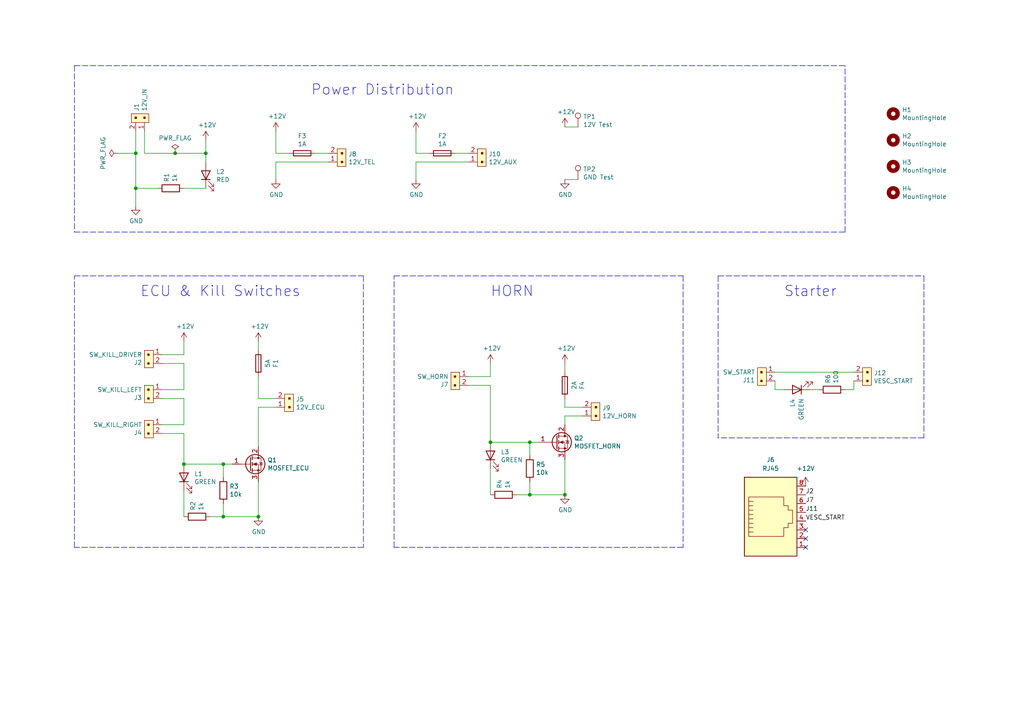
<source format=kicad_sch>
(kicad_sch (version 20211123) (generator eeschema)
  (paper "A4")
  (lib_symbols
    (symbol "Connector:RJ45" (pin_names (offset 1.016))
      (property "Reference" "J" (at -5.08 13.97 0))
      (property "Value" "RJ45" (at 2.54 13.97 0))
      (symbol "RJ45_0_1"
        (polyline (pts (xy -5.08 4.445) (xy -6.35 4.445)))
        (polyline (pts (xy -5.08 5.715) (xy -6.35 5.715)))
        (polyline (pts (xy -6.35 -3.175) (xy -5.08 -3.175) (xy -5.08 -3.175)))
        (polyline (pts (xy -6.35 -1.905) (xy -5.08 -1.905) (xy -5.08 -1.905)))
        (polyline (pts (xy -6.35 -0.635) (xy -5.08 -0.635) (xy -5.08 -0.635)))
        (polyline (pts (xy -6.35 0.635) (xy -5.08 0.635) (xy -5.08 0.635)))
        (polyline (pts (xy -6.35 1.905) (xy -5.08 1.905) (xy -5.08 1.905)))
        (polyline (pts (xy -5.08 3.175) (xy -6.35 3.175) (xy -6.35 3.175)))
        (polyline (pts (xy -6.35 -4.445) (xy -6.35 6.985) (xy 3.81 6.985) (xy 3.81 4.445) (xy 5.08 4.445) (xy 5.08 3.175) (xy 6.35 3.175) (xy 6.35 -0.635) (xy 5.08 -0.635) (xy 5.08 -1.905) (xy 3.81 -1.905) (xy 3.81 -4.445) (xy -6.35 -4.445) (xy -6.35 -4.445)))
        (rectangle (start 7.62 12.7) (end -7.62 -10.16) (stroke (width 0.254)) (fill (type background)))
      )
      (symbol "RJ45_1_1"
        (pin passive line (at 10.16 -7.62 180) (length 2.54) (name "~") (number "1"))
        (pin passive line (at 10.16 -5.08 180) (length 2.54) (name "~") (number "2"))
        (pin passive line (at 10.16 -2.54 180) (length 2.54) (name "~") (number "3"))
        (pin passive line (at 10.16 0 180) (length 2.54) (name "~") (number "4"))
        (pin passive line (at 10.16 2.54 180) (length 2.54) (name "~") (number "5"))
        (pin passive line (at 10.16 5.08 180) (length 2.54) (name "~") (number "6"))
        (pin passive line (at 10.16 7.62 180) (length 2.54) (name "~") (number "7"))
        (pin passive line (at 10.16 10.16 180) (length 2.54) (name "~") (number "8"))
      )
    )
    (symbol "Connector:TestPoint" (pin_numbers hide) (pin_names (offset 0.762) hide)
      (property "Reference" "TP" (at 0 6.858 0))
      (property "Value" "TestPoint" (at 0 5.08 0))
      (symbol "TestPoint_0_1"
        (circle (center 0 3.302) (radius 0.762))
      )
      (symbol "TestPoint_1_1"
        (pin passive line (at 0 0 90) (length 2.54) (name "1") (number "1"))
      )
    )
    (symbol "Device:Fuse" (pin_numbers hide) (pin_names (offset 0))
      (property "Reference" "F" (at 2.032 0 90))
      (property "Value" "Fuse" (at -1.905 0 90))
      (symbol "Fuse_0_1"
        (rectangle (start -0.762 -2.54) (end 0.762 2.54) (stroke (width 0.254)))
        (polyline (pts (xy 0 2.54) (xy 0 -2.54)))
      )
      (symbol "Fuse_1_1"
        (pin passive line (at 0 3.81 270) (length 1.27) (name "~") (number "1"))
        (pin passive line (at 0 -3.81 90) (length 1.27) (name "~") (number "2"))
      )
    )
    (symbol "Device:LED" (pin_numbers hide) (pin_names (offset 1.016) hide)
      (property "Reference" "D" (at 0 2.54 0))
      (property "Value" "LED" (at 0 -2.54 0))
      (symbol "LED_0_1"
        (polyline (pts (xy -1.27 -1.27) (xy -1.27 1.27)) (stroke (width 0.254)))
        (polyline (pts (xy -1.27 0) (xy 1.27 0)))
        (polyline (pts (xy 1.27 -1.27) (xy 1.27 1.27) (xy -1.27 0) (xy 1.27 -1.27)) (stroke (width 0.254)))
        (polyline (pts (xy -3.048 -0.762) (xy -4.572 -2.286) (xy -3.81 -2.286) (xy -4.572 -2.286) (xy -4.572 -1.524)))
        (polyline (pts (xy -1.778 -0.762) (xy -3.302 -2.286) (xy -2.54 -2.286) (xy -3.302 -2.286) (xy -3.302 -1.524)))
      )
      (symbol "LED_1_1"
        (pin passive line (at -3.81 0 0) (length 2.54) (name "K") (number "1"))
        (pin passive line (at 3.81 0 180) (length 2.54) (name "A") (number "2"))
      )
    )
    (symbol "Device:Q_NMOS_GDS" (pin_names (offset 0) hide)
      (property "Reference" "Q" (at 5.08 1.27 0))
      (property "Value" "Q_NMOS_GDS" (at 5.08 -1.27 0))
      (symbol "Q_NMOS_GDS_0_1"
        (polyline (pts (xy 0.254 0) (xy -2.54 0)))
        (polyline (pts (xy 0.254 1.905) (xy 0.254 -1.905)) (stroke (width 0.254)))
        (polyline (pts (xy 0.762 -1.27) (xy 0.762 -2.286)) (stroke (width 0.254)))
        (polyline (pts (xy 0.762 0.508) (xy 0.762 -0.508)) (stroke (width 0.254)))
        (polyline (pts (xy 0.762 2.286) (xy 0.762 1.27)) (stroke (width 0.254)))
        (polyline (pts (xy 2.54 2.54) (xy 2.54 1.778)))
        (polyline (pts (xy 2.54 -2.54) (xy 2.54 0) (xy 0.762 0)))
        (polyline (pts (xy 0.762 -1.778) (xy 3.302 -1.778) (xy 3.302 1.778) (xy 0.762 1.778)))
        (polyline (pts (xy 1.016 0) (xy 2.032 0.381) (xy 2.032 -0.381) (xy 1.016 0)) (fill (type outline)))
        (polyline (pts (xy 2.794 0.508) (xy 2.921 0.381) (xy 3.683 0.381) (xy 3.81 0.254)))
        (polyline (pts (xy 3.302 0.381) (xy 2.921 -0.254) (xy 3.683 -0.254) (xy 3.302 0.381)))
        (circle (center 1.651 0) (radius 2.794) (stroke (width 0.254)))
        (circle (center 2.54 -1.778) (radius 0.254) (fill (type outline)))
        (circle (center 2.54 1.778) (radius 0.254) (fill (type outline)))
      )
      (symbol "Q_NMOS_GDS_1_1"
        (pin input line (at -5.08 0 0) (length 2.54) (name "G") (number "1"))
        (pin passive line (at 2.54 5.08 270) (length 2.54) (name "D") (number "2"))
        (pin passive line (at 2.54 -5.08 90) (length 2.54) (name "S") (number "3"))
      )
    )
    (symbol "Device:R" (pin_numbers hide) (pin_names (offset 0))
      (property "Reference" "R" (at 2.032 0 90))
      (property "Value" "R" (at 0 0 90))
      (symbol "R_0_1"
        (rectangle (start -1.016 -2.54) (end 1.016 2.54) (stroke (width 0.254)))
      )
      (symbol "R_1_1"
        (pin passive line (at 0 3.81 270) (length 1.27) (name "~") (number "1"))
        (pin passive line (at 0 -3.81 90) (length 1.27) (name "~") (number "2"))
      )
    )
    (symbol "Mechanical:MountingHole" (pin_names (offset 1.016))
      (property "Reference" "H" (at 0 5.08 0))
      (property "Value" "MountingHole" (at 0 3.175 0))
      (symbol "MountingHole_0_1"
        (circle (center 0 0) (radius 1.27) (stroke (width 1.27)))
      )
    )
    (symbol "PROTO_PCB_2022-rescue:B2B-PH-K-S_LF__SN_-dk_Rectangular-Connectors-Headers-Male-Pins-Proto-PCB's-combined-rescue-Proto-PCB's-combined-rescue" (pin_names (offset 1.016))
      (property "Reference" "J" (at -2.54 1.27 0))
      (property "Value" "B2B-PH-K-S_LF__SN_-dk_Rectangular-Connectors-Headers-Male-Pins-Proto-PCB's-combined-rescue-Proto-PCB's-combined-rescue" (at 1.27 -3.81 0))
      (symbol "B2B-PH-K-S_LF__SN_-dk_Rectangular-Connectors-Headers-Male-Pins-Proto-PCB's-combined-rescue-Proto-PCB's-combined-rescue_1_1"
        (rectangle (start -1.27 0) (end 3.81 -2.54) (fill (type background)))
        (rectangle (start -0.254 -1.143) (end 0.254 -1.651) (fill (type outline)))
        (rectangle (start 2.286 -1.143) (end 2.794 -1.651) (fill (type outline)))
        (pin passive line (at 0 2.54 270) (length 2.54) (name "~") (number "1"))
        (pin passive line (at 2.54 2.54 270) (length 2.54) (name "~") (number "2"))
      )
    )
    (symbol "power:+12V" (power) (pin_names (offset 0))
      (property "Value" "+12V" (at 0 3.556 0))
      (symbol "+12V_0_1"
        (polyline (pts (xy -0.762 1.27) (xy 0 2.54)))
        (polyline (pts (xy 0 0) (xy 0 2.54)))
        (polyline (pts (xy 0 2.54) (xy 0.762 1.27)))
      )
      (symbol "+12V_1_1"
        (pin power_in line (at 0 0 90) (length 0) hide (name "+12V") (number "1"))
      )
    )
    (symbol "power:GND" (power) (pin_names (offset 0))
      (property "Value" "GND" (at 0 -3.81 0))
      (symbol "GND_0_1"
        (polyline (pts (xy 0 0) (xy 0 -1.27) (xy 1.27 -1.27) (xy 0 -2.54) (xy -1.27 -1.27) (xy 0 -1.27)))
      )
      (symbol "GND_1_1"
        (pin power_in line (at 0 0 270) (length 0) hide (name "GND") (number "1"))
      )
    )
    (symbol "power:PWR_FLAG" (power) (pin_numbers hide) (pin_names (offset 0) hide)
      (property "Value" "PWR_FLAG" (at 0 3.81 0))
      (symbol "PWR_FLAG_0_0"
        (pin power_out line (at 0 0 90) (length 0) (name "pwr") (number "1"))
      )
      (symbol "PWR_FLAG_0_1"
        (polyline (pts (xy 0 0) (xy 0 1.27) (xy -1.016 1.905) (xy 0 2.54) (xy 1.016 1.905) (xy 0 1.27)))
      )
    )
  )
  (junction (at 142.24 128.27))
  (junction (at 64.77 149.86))
  (junction (at 59.69 44.45))
  (junction (at 53.34 134.62))
  (junction (at 153.67 128.27))
  (junction (at 74.93 149.86))
  (junction (at 64.77 134.62))
  (junction (at 39.37 54.61))
  (junction (at 153.67 143.51))
  (junction (at 163.83 143.51))
  (junction (at 50.8 44.45))
  (junction (at 39.37 44.45))
  (no_connect (at 233.68 158.75))
  (no_connect (at 233.68 156.21))
  (no_connect (at 233.68 153.67))
  (wire (pts (xy 67.31 134.62) (xy 64.77 134.62)))
  (wire (pts (xy 153.67 143.51) (xy 163.83 143.51)))
  (wire (pts (xy 247.65 113.03) (xy 247.65 110.49)))
  (wire (pts (xy 59.69 44.45) (xy 59.69 46.99)))
  (wire (pts (xy 53.34 113.03) (xy 46.99 113.03)))
  (wire (pts (xy 168.91 120.65) (xy 163.83 120.65)))
  (wire (pts (xy 142.24 135.89) (xy 142.24 143.51)))
  (polyline (pts (xy 114.3 80.01) (xy 198.12 80.01)))
  (wire (pts (xy 60.96 149.86) (xy 64.77 149.86)))
  (wire (pts (xy 53.34 142.24) (xy 53.34 149.86)))
  (wire (pts (xy 50.8 44.45) (xy 59.69 44.45)))
  (wire (pts (xy 53.34 125.73) (xy 53.34 134.62)))
  (polyline (pts (xy 245.11 67.31) (xy 245.11 19.05)))
  (wire (pts (xy 64.77 134.62) (xy 64.77 138.43)))
  (wire (pts (xy 59.69 44.45) (xy 59.69 40.64)))
  (wire (pts (xy 153.67 128.27) (xy 153.67 132.08)))
  (wire (pts (xy 163.83 52.07) (xy 167.64 52.07)))
  (wire (pts (xy 132.08 44.45) (xy 135.89 44.45)))
  (wire (pts (xy 224.79 113.03) (xy 227.33 113.03)))
  (polyline (pts (xy 21.59 67.31) (xy 245.11 67.31)))
  (wire (pts (xy 163.83 36.83) (xy 167.64 36.83)))
  (wire (pts (xy 74.93 118.11) (xy 74.93 129.54)))
  (wire (pts (xy 224.79 107.95) (xy 247.65 107.95)))
  (polyline (pts (xy 208.28 80.01) (xy 208.28 127)))
  (wire (pts (xy 64.77 149.86) (xy 74.93 149.86)))
  (wire (pts (xy 120.65 44.45) (xy 124.46 44.45)))
  (polyline (pts (xy 21.59 19.05) (xy 21.59 67.31)))
  (wire (pts (xy 34.29 44.45) (xy 39.37 44.45)))
  (wire (pts (xy 163.83 105.41) (xy 163.83 107.95)))
  (polyline (pts (xy 21.59 80.01) (xy 105.41 80.01)))
  (wire (pts (xy 120.65 38.1) (xy 120.65 44.45)))
  (wire (pts (xy 53.34 134.62) (xy 64.77 134.62)))
  (polyline (pts (xy 208.28 80.01) (xy 267.97 80.01)))
  (wire (pts (xy 142.24 109.22) (xy 135.89 109.22)))
  (wire (pts (xy 80.01 118.11) (xy 74.93 118.11)))
  (wire (pts (xy 224.79 110.49) (xy 224.79 113.03)))
  (wire (pts (xy 39.37 38.1) (xy 39.37 44.45)))
  (wire (pts (xy 80.01 44.45) (xy 83.82 44.45)))
  (wire (pts (xy 74.93 109.22) (xy 74.93 115.57)))
  (polyline (pts (xy 105.41 80.01) (xy 105.41 158.75)))
  (wire (pts (xy 74.93 115.57) (xy 80.01 115.57)))
  (wire (pts (xy 59.69 54.61) (xy 53.34 54.61)))
  (polyline (pts (xy 114.3 158.75) (xy 114.3 80.01)))
  (wire (pts (xy 163.83 133.35) (xy 163.83 143.51)))
  (wire (pts (xy 163.83 120.65) (xy 163.83 123.19)))
  (polyline (pts (xy 267.97 127) (xy 208.28 127)))
  (wire (pts (xy 74.93 99.06) (xy 74.93 101.6)))
  (wire (pts (xy 53.34 99.06) (xy 53.34 102.87)))
  (wire (pts (xy 153.67 139.7) (xy 153.67 143.51)))
  (polyline (pts (xy 198.12 80.01) (xy 198.12 158.75)))
  (wire (pts (xy 80.01 46.99) (xy 80.01 52.07)))
  (wire (pts (xy 53.34 105.41) (xy 53.34 113.03)))
  (polyline (pts (xy 105.41 158.75) (xy 21.59 158.75)))
  (wire (pts (xy 39.37 44.45) (xy 39.37 54.61)))
  (wire (pts (xy 156.21 128.27) (xy 153.67 128.27)))
  (wire (pts (xy 234.95 113.03) (xy 237.49 113.03)))
  (polyline (pts (xy 198.12 158.75) (xy 114.3 158.75)))
  (wire (pts (xy 53.34 115.57) (xy 53.34 123.19)))
  (wire (pts (xy 53.34 123.19) (xy 46.99 123.19)))
  (wire (pts (xy 120.65 46.99) (xy 120.65 52.07)))
  (polyline (pts (xy 21.59 19.05) (xy 245.11 19.05)))
  (wire (pts (xy 74.93 139.7) (xy 74.93 149.86)))
  (wire (pts (xy 39.37 54.61) (xy 39.37 59.69)))
  (wire (pts (xy 135.89 111.76) (xy 142.24 111.76)))
  (wire (pts (xy 64.77 146.05) (xy 64.77 149.86)))
  (polyline (pts (xy 21.59 158.75) (xy 21.59 80.01)))
  (wire (pts (xy 95.25 46.99) (xy 80.01 46.99)))
  (wire (pts (xy 46.99 125.73) (xy 53.34 125.73)))
  (wire (pts (xy 142.24 128.27) (xy 153.67 128.27)))
  (wire (pts (xy 149.86 143.51) (xy 153.67 143.51)))
  (wire (pts (xy 45.72 54.61) (xy 39.37 54.61)))
  (wire (pts (xy 245.11 113.03) (xy 247.65 113.03)))
  (polyline (pts (xy 267.97 80.01) (xy 267.97 127)))
  (wire (pts (xy 46.99 105.41) (xy 53.34 105.41)))
  (wire (pts (xy 91.44 44.45) (xy 95.25 44.45)))
  (wire (pts (xy 163.83 118.11) (xy 168.91 118.11)))
  (wire (pts (xy 41.91 44.45) (xy 50.8 44.45)))
  (wire (pts (xy 46.99 115.57) (xy 53.34 115.57)))
  (wire (pts (xy 53.34 102.87) (xy 46.99 102.87)))
  (wire (pts (xy 80.01 38.1) (xy 80.01 44.45)))
  (wire (pts (xy 142.24 105.41) (xy 142.24 109.22)))
  (wire (pts (xy 135.89 46.99) (xy 120.65 46.99)))
  (wire (pts (xy 41.91 38.1) (xy 41.91 44.45)))
  (wire (pts (xy 163.83 115.57) (xy 163.83 118.11)))
  (wire (pts (xy 142.24 111.76) (xy 142.24 128.27)))
  (text "ECU & Kill Switches" (at 40.64 86.36 0) (effects (font (size 2.9972 2.9972)) (justify left bottom)))
  (text "Starter" (at 227.33 86.36 0) (effects (font (size 2.9972 2.9972)) (justify left bottom)))
  (text "Power Distribution" (at 90.17 27.94 0) (effects (font (size 2.9972 2.9972)) (justify left bottom)))
  (text "HORN\n" (at 142.24 86.36 0) (effects (font (size 2.9972 2.9972)) (justify left bottom)))
  (label "J2" (at 233.68 143.51 0))
  (label "VESC_START" (at 233.68 151.13 0))
  (label "J7" (at 233.68 146.05 0))
  (label "J11" (at 233.68 148.59 0))
  (symbol (lib_id "power:GND") (at 39.37 59.69 0) (unit 1)
    (property "Reference" "#PWR01" (effects hide))
    (property "Value" "GND" (at 39.497 64.0842 0))
  )
  (symbol (lib_id "power:PWR_FLAG") (at 50.8 44.45 0) (unit 1)
    (property "Reference" "#FLG02" (effects hide))
    (property "Value" "PWR_FLAG" (at 50.8 40.0558 0))
  )
  (symbol (lib_id "Connector:TestPoint") (at 167.64 52.07 0) (unit 1)
    (property "Reference" "TP2" (at 169.1132 49.0728 0) (effects (justify left)))
    (property "Value" "GND Test" (at 169.1132 51.3842 0) (effects (justify left)))
    (property "Footprint" "TestPoint:TestPoint_Keystone_5015_Micro-Minature" (effects hide))
  )
  (symbol (lib_id "Connector:TestPoint") (at 167.64 36.83 0) (unit 1)
    (property "Reference" "TP1" (at 169.1132 33.8328 0) (effects (justify left)))
    (property "Value" "12V Test" (at 169.1132 36.1442 0) (effects (justify left)))
    (property "Footprint" "TestPoint:TestPoint_Keystone_5015_Micro-Minature" (effects hide))
  )
  (symbol (lib_id "power:+12V") (at 163.83 36.83 0) (unit 1)
    (property "Reference" "#PWR015" (effects hide))
    (property "Value" "+12V" (at 164.211 32.4358 0))
  )
  (symbol (lib_id "power:GND") (at 163.83 52.07 0) (unit 1)
    (property "Reference" "#PWR016" (effects hide))
    (property "Value" "GND" (at 163.957 56.4642 0))
  )
  (symbol (lib_id "power:+12V") (at 59.69 40.64 0) (unit 1)
    (property "Reference" "#PWR03" (effects hide))
    (property "Value" "+12V" (at 60.071 36.2458 0))
  )
  (symbol (lib_id "Mechanical:MountingHole") (at 259.08 33.02 0) (unit 1)
    (property "Reference" "H1" (at 261.62 31.8516 0) (effects (justify left)))
    (property "Value" "MountingHole" (at 261.62 34.163 0) (effects (justify left)))
    (property "Footprint" "MountingHole:MountingHole_3.2mm_M3" (effects hide))
  )
  (symbol (lib_id "Mechanical:MountingHole") (at 259.08 40.64 0) (unit 1)
    (property "Reference" "H2" (at 261.62 39.4716 0) (effects (justify left)))
    (property "Value" "MountingHole" (at 261.62 41.783 0) (effects (justify left)))
    (property "Footprint" "MountingHole:MountingHole_3.2mm_M3" (effects hide))
  )
  (symbol (lib_id "Device:R") (at 241.3 113.03 90) (unit 1)
    (property "Reference" "R6" (at 240.1316 111.252 0) (effects (justify left)))
    (property "Value" "100" (at 242.443 111.252 0) (effects (justify left)))
    (property "Footprint" "Resistor_SMD:R_1206_3216Metric" (effects hide))
    (property "Datasheet" "https://www.digikey.ca/en/products/detail/stackpole-electronics-inc/RMCF1206FT100R/1759677" (effects hide))
  )
  (symbol (lib_id "Device:LED") (at 231.14 113.03 180) (unit 1)
    (property "Reference" "L4" (at 229.87 118.11 90) (effects (justify right)))
    (property "Value" "GREEN" (at 232.41 121.92 90) (effects (justify right)))
    (property "Footprint" "LED_SMD:LED_1206_3216Metric" (effects hide))
    (property "Datasheet" "https://www.digikey.ca/en/products/detail/lite-on-inc/LTST-C230KGKT/386855" (effects hide))
  )
  (symbol (lib_id "Device:Fuse") (at 87.63 44.45 270) (unit 1)
    (property "Reference" "F3" (at 87.63 39.4462 90))
    (property "Value" "1A" (at 87.63 41.7576 90))
    (property "Footprint" "Fuse:Fuseholder_Blade_Mini_Keystone_3568" (effects hide))
    (property "Datasheet" "https://www.digikey.ca/en/products/detail/keystone-electronics/3568/2137306" (effects hide))
  )
  (symbol (lib_id "Mechanical:MountingHole") (at 259.08 48.26 0) (unit 1)
    (property "Reference" "H3" (at 261.62 47.0916 0) (effects (justify left)))
    (property "Value" "MountingHole" (at 261.62 49.403 0) (effects (justify left)))
    (property "Footprint" "MountingHole:MountingHole_3.2mm_M3" (effects hide))
  )
  (symbol (lib_id "Mechanical:MountingHole") (at 259.08 55.88 0) (unit 1)
    (property "Reference" "H4" (at 261.62 54.7116 0) (effects (justify left)))
    (property "Value" "MountingHole" (at 261.62 57.023 0) (effects (justify left)))
    (property "Footprint" "MountingHole:MountingHole_3.2mm_M3" (effects hide))
  )
  (symbol (lib_id "PROTO_PCB_2022-rescue:B2B-PH-K-S_LF__SN_-dk_Rectangular-Connectors-Headers-Male-Pins-Proto-PCB's-combined-rescue-Proto-PCB's-combined-rescue") (at 41.91 35.56 180) (unit 1)
    (property "Reference" "J1" (at 39.5986 32.3088 90) (effects (justify right)))
    (property "Value" "12V_IN" (at 41.91 32.3088 90) (effects (justify right)))
    (property "Footprint" "Footprint Library:MOLEX_2002411212" (effects hide))
    (property "Datasheet" "https://www.digikey.ca/en/products/detail/molex/2002411212/10709048?s=N4IgTCBcDa4AxzAFgIwrOkBdAvkA" (effects hide))
  )
  (symbol (lib_id "PROTO_PCB_2022-rescue:B2B-PH-K-S_LF__SN_-dk_Rectangular-Connectors-Headers-Male-Pins-Proto-PCB's-combined-rescue-Proto-PCB's-combined-rescue") (at 138.43 46.99 90) (unit 1)
    (property "Reference" "J10" (at 141.6812 44.6786 90) (effects (justify right)))
    (property "Value" "12V_AUX" (at 141.6812 46.99 90) (effects (justify right)))
    (property "Footprint" "Connector_Molex:Molex_Micro-Fit_3.0_43650-0200_1x02_P3.00mm_Horizontal" (effects hide))
    (property "Datasheet" "https://www.digikey.ca/en/products/detail/molex/0436500200/268989" (effects hide))
  )
  (symbol (lib_id "power:+12V") (at 120.65 38.1 0) (unit 1)
    (property "Reference" "#PWR013" (effects hide))
    (property "Value" "+12V" (at 121.031 33.7058 0))
  )
  (symbol (lib_id "power:GND") (at 120.65 52.07 0) (unit 1)
    (property "Reference" "#PWR014" (effects hide))
    (property "Value" "GND" (at 120.777 56.4642 0))
  )
  (symbol (lib_id "Device:Fuse") (at 128.27 44.45 270) (unit 1)
    (property "Reference" "F2" (at 128.27 39.4462 90))
    (property "Value" "1A" (at 128.27 41.7576 90))
    (property "Footprint" "Fuse:Fuseholder_Blade_Mini_Keystone_3568" (effects hide))
    (property "Datasheet" "https://www.digikey.ca/en/products/detail/keystone-electronics/3568/2137306" (effects hide))
  )
  (symbol (lib_id "power:+12V") (at 53.34 99.06 0) (unit 1)
    (property "Reference" "#PWR02" (effects hide))
    (property "Value" "+12V" (at 53.721 94.6658 0))
  )
  (symbol (lib_id "PROTO_PCB_2022-rescue:B2B-PH-K-S_LF__SN_-dk_Rectangular-Connectors-Headers-Male-Pins-Proto-PCB's-combined-rescue-Proto-PCB's-combined-rescue") (at 97.79 46.99 90) (unit 1)
    (property "Reference" "J8" (at 101.0412 44.6786 90) (effects (justify right)))
    (property "Value" "12V_TEL" (at 101.0412 46.99 90) (effects (justify right)))
    (property "Footprint" "Connector_Molex:Molex_Micro-Fit_3.0_43650-0200_1x02_P3.00mm_Horizontal" (effects hide))
    (property "Datasheet" "https://www.digikey.ca/en/products/detail/molex/0436500200/268989" (effects hide))
  )
  (symbol (lib_id "power:+12V") (at 80.01 38.1 0) (unit 1)
    (property "Reference" "#PWR08" (effects hide))
    (property "Value" "+12V" (at 80.391 33.7058 0))
  )
  (symbol (lib_id "power:GND") (at 80.01 52.07 0) (unit 1)
    (property "Reference" "#PWR09" (effects hide))
    (property "Value" "GND" (at 80.137 56.4642 0))
  )
  (symbol (lib_id "PROTO_PCB_2022-rescue:B2B-PH-K-S_LF__SN_-dk_Rectangular-Connectors-Headers-Male-Pins-Proto-PCB's-combined-rescue-Proto-PCB's-combined-rescue") (at 44.45 102.87 270) (unit 1)
    (property "Reference" "J2" (at 41.1988 105.1814 90) (effects (justify right)))
    (property "Value" "SW_KILL_DRIVER" (at 41.1988 102.87 90) (effects (justify right)))
    (property "Footprint" "Connector_Molex:Molex_Micro-Fit_3.0_43650-0200_1x02_P3.00mm_Horizontal" (effects hide))
    (property "Datasheet" "https://www.digikey.ca/en/products/detail/molex/0436500200/268989" (effects hide))
  )
  (symbol (lib_id "PROTO_PCB_2022-rescue:B2B-PH-K-S_LF__SN_-dk_Rectangular-Connectors-Headers-Male-Pins-Proto-PCB's-combined-rescue-Proto-PCB's-combined-rescue") (at 44.45 113.03 270) (unit 1)
    (property "Reference" "J3" (at 41.1988 115.3414 90) (effects (justify right)))
    (property "Value" "SW_KILL_LEFT" (at 41.1988 113.03 90) (effects (justify right)))
    (property "Footprint" "Connector_Molex:Molex_Micro-Fit_3.0_43650-0200_1x02_P3.00mm_Horizontal" (effects hide))
    (property "Datasheet" "https://www.digikey.ca/en/products/detail/molex/0436500200/268989" (effects hide))
  )
  (symbol (lib_id "PROTO_PCB_2022-rescue:B2B-PH-K-S_LF__SN_-dk_Rectangular-Connectors-Headers-Male-Pins-Proto-PCB's-combined-rescue-Proto-PCB's-combined-rescue") (at 44.45 123.19 270) (unit 1)
    (property "Reference" "J4" (at 41.1988 125.5014 90) (effects (justify right)))
    (property "Value" "SW_KILL_RIGHT" (at 41.1988 123.19 90) (effects (justify right)))
    (property "Footprint" "Connector_Molex:Molex_Micro-Fit_3.0_43650-0200_1x02_P3.00mm_Horizontal" (effects hide))
    (property "Datasheet" "https://www.digikey.ca/en/products/detail/molex/0436500200/268989" (effects hide))
  )
  (symbol (lib_id "Device:R") (at 64.77 142.24 0) (unit 1)
    (property "Reference" "R3" (at 66.548 141.0716 0) (effects (justify left)))
    (property "Value" "10k" (at 66.548 143.383 0) (effects (justify left)))
    (property "Footprint" "Resistor_SMD:R_1206_3216Metric" (effects hide))
    (property "Datasheet" "https://www.digikey.ca/en/products/detail/stackpole-electronics-inc/RMCF1206FT10K0/1759669?s=N4IgjCBcoExaBjKAzAhgGwM4FMA0IB7KAbXADYBWAFgGYQBdfABwBcoQBlFgJwEsA7AOYgAvvjrQQSSGix5CJcGBoRGIVuy58ho-GDLwpKDDnxFIpABw0A7GFXM2kTjwHCxIGAAZLFQ9NlTBQtwLwACAGsAeQALAFtMBkd2AFV%2BXhYo5ABZbFRMAFdubF0QAFoISQCTeXNSGxpLBg8yuCqoHgLaxT96FoBOfw7uLrNFVRFJoA" (effects hide))
  )
  (symbol (lib_id "power:GND") (at 74.93 149.86 0) (unit 1)
    (property "Reference" "#PWR05" (effects hide))
    (property "Value" "GND" (at 75.057 154.2542 0))
  )
  (symbol (lib_id "Device:Q_NMOS_GDS") (at 72.39 134.62 0) (unit 1)
    (property "Reference" "Q1" (at 77.5716 133.4516 0) (effects (justify left)))
    (property "Value" "MOSFET_ECU" (at 77.5716 135.763 0) (effects (justify left)))
    (property "Footprint" "Package_TO_SOT_SMD:TO-252-3_TabPin2" (effects hide))
    (property "Datasheet" "https://www.digikey.ca/en/products/detail/infineon-technologies/IRFR120ZTRPBF/1928290" (effects hide))
  )
  (symbol (lib_id "Device:LED") (at 53.34 138.43 90) (unit 1)
    (property "Reference" "L1" (at 56.3372 137.4394 90) (effects (justify right)))
    (property "Value" "GREEN" (at 56.3372 139.7508 90) (effects (justify right)))
    (property "Footprint" "LED_SMD:LED_1206_3216Metric" (effects hide))
    (property "Datasheet" "https://www.digikey.ca/en/products/detail/lite-on-inc/LTST-C230KGKT/386855" (effects hide))
  )
  (symbol (lib_id "Device:R") (at 57.15 149.86 90) (unit 1)
    (property "Reference" "R2" (at 55.9816 148.082 0) (effects (justify left)))
    (property "Value" "1k" (at 58.293 148.082 0) (effects (justify left)))
    (property "Footprint" "Resistor_SMD:R_1206_3216Metric" (effects hide))
    (property "Datasheet" "https://www.digikey.ca/en/products/detail/stackpole-electronics-inc/RMCF1206FT1K00/1759616" (effects hide))
  )
  (symbol (lib_id "PROTO_PCB_2022-rescue:B2B-PH-K-S_LF__SN_-dk_Rectangular-Connectors-Headers-Male-Pins-Proto-PCB's-combined-rescue-Proto-PCB's-combined-rescue") (at 82.55 118.11 90) (unit 1)
    (property "Reference" "J5" (at 85.8012 115.7986 90) (effects (justify right)))
    (property "Value" "12V_ECU" (at 85.8012 118.11 90) (effects (justify right)))
    (property "Footprint" "Connector_Molex:Molex_Micro-Fit_3.0_43650-0200_1x02_P3.00mm_Horizontal" (effects hide))
    (property "Datasheet" "https://www.digikey.ca/en/products/detail/molex/0436500200/268989" (effects hide))
  )
  (symbol (lib_id "power:+12V") (at 74.93 99.06 0) (unit 1)
    (property "Reference" "#PWR04" (effects hide))
    (property "Value" "+12V" (at 75.311 94.6658 0))
  )
  (symbol (lib_id "power:+12V") (at 142.24 105.41 0) (unit 1)
    (property "Reference" "#PWR010" (effects hide))
    (property "Value" "+12V" (at 142.621 101.0158 0))
  )
  (symbol (lib_id "Device:Fuse") (at 74.93 105.41 180) (unit 1)
    (property "Reference" "F1" (at 79.9338 105.41 90))
    (property "Value" "5A" (at 77.6224 105.41 90))
    (property "Footprint" "Fuse:Fuseholder_Blade_Mini_Keystone_3568" (effects hide))
    (property "Datasheet" "https://www.digikey.ca/en/products/detail/keystone-electronics/3568/2137306" (effects hide))
  )
  (symbol (lib_id "PROTO_PCB_2022-rescue:B2B-PH-K-S_LF__SN_-dk_Rectangular-Connectors-Headers-Male-Pins-Proto-PCB's-combined-rescue-Proto-PCB's-combined-rescue") (at 133.35 109.22 270) (unit 1)
    (property "Reference" "J7" (at 130.0988 111.5314 90) (effects (justify right)))
    (property "Value" "SW_HORN" (at 130.0988 109.22 90) (effects (justify right)))
    (property "Footprint" "Connector_Molex:Molex_Micro-Fit_3.0_43650-0200_1x02_P3.00mm_Horizontal" (effects hide))
    (property "Datasheet" "https://www.digikey.ca/en/products/detail/molex/0436500200/268989" (effects hide))
  )
  (symbol (lib_id "Device:R") (at 153.67 135.89 0) (unit 1)
    (property "Reference" "R5" (at 155.448 134.7216 0) (effects (justify left)))
    (property "Value" "10k" (at 155.448 137.033 0) (effects (justify left)))
    (property "Footprint" "Resistor_SMD:R_1206_3216Metric" (effects hide))
    (property "Datasheet" "https://www.digikey.ca/en/products/detail/stackpole-electronics-inc/RMCF1206FT10K0/1759669?s=N4IgjCBcoExaBjKAzAhgGwM4FMA0IB7KAbXADYBWAFgGYQBdfABwBcoQBlFgJwEsA7AOYgAvvjrQQSSGix5CJcGBoRGIVuy58ho-GDLwpKDDnxFIpABw0A7GFXM2kTjwHCxIGAAZLFQ9NlTBQtwLwACAGsAeQALAFtMBkd2AFV%2BXhYo5ABZbFRMAFdubF0QAFoISQCTeXNSGxpLBg8yuCqoHgLaxT96FoBOfw7uLrNFVRFJoA" (effects hide))
  )
  (symbol (lib_id "power:GND") (at 163.83 143.51 0) (unit 1)
    (property "Reference" "#PWR012" (effects hide))
    (property "Value" "GND" (at 163.957 147.9042 0))
  )
  (symbol (lib_id "Device:Q_NMOS_GDS") (at 161.29 128.27 0) (unit 1)
    (property "Reference" "Q2" (at 166.4716 127.1016 0) (effects (justify left)))
    (property "Value" "MOSFET_HORN" (at 166.4716 129.413 0) (effects (justify left)))
    (property "Footprint" "Package_TO_SOT_SMD:TO-252-3_TabPin2" (effects hide))
    (property "Datasheet" "https://www.digikey.ca/en/products/detail/infineon-technologies/IRFR120ZTRPBF/1928290" (effects hide))
  )
  (symbol (lib_id "Device:LED") (at 142.24 132.08 90) (unit 1)
    (property "Reference" "L3" (at 145.2372 131.0894 90) (effects (justify right)))
    (property "Value" "GREEN" (at 145.2372 133.4008 90) (effects (justify right)))
    (property "Footprint" "LED_SMD:LED_1206_3216Metric" (effects hide))
    (property "Datasheet" "https://www.digikey.ca/en/products/detail/lite-on-inc/LTST-C230KGKT/386855" (effects hide))
  )
  (symbol (lib_id "Device:R") (at 146.05 143.51 90) (unit 1)
    (property "Reference" "R4" (at 144.8816 141.732 0) (effects (justify left)))
    (property "Value" "1k" (at 147.193 141.732 0) (effects (justify left)))
    (property "Footprint" "Resistor_SMD:R_1206_3216Metric" (effects hide))
    (property "Datasheet" "https://www.digikey.ca/en/products/detail/stackpole-electronics-inc/RMCF1206FT1K00/1759616" (effects hide))
  )
  (symbol (lib_id "PROTO_PCB_2022-rescue:B2B-PH-K-S_LF__SN_-dk_Rectangular-Connectors-Headers-Male-Pins-Proto-PCB's-combined-rescue-Proto-PCB's-combined-rescue") (at 171.45 120.65 90) (unit 1)
    (property "Reference" "J9" (at 174.7012 118.3386 90) (effects (justify right)))
    (property "Value" "12V_HORN" (at 174.7012 120.65 90) (effects (justify right)))
    (property "Footprint" "Connector_Molex:Molex_Micro-Fit_3.0_43650-0200_1x02_P3.00mm_Horizontal" (effects hide))
    (property "Datasheet" "https://www.digikey.ca/en/products/detail/molex/0436500200/268989" (effects hide))
  )
  (symbol (lib_id "power:+12V") (at 163.83 105.41 0) (unit 1)
    (property "Reference" "#PWR011" (effects hide))
    (property "Value" "+12V" (at 164.211 101.0158 0))
  )
  (symbol (lib_id "Device:Fuse") (at 163.83 111.76 180) (unit 1)
    (property "Reference" "F4" (at 168.8338 111.76 90))
    (property "Value" "2A" (at 166.5224 111.76 90))
    (property "Footprint" "Fuse:Fuseholder_Blade_Mini_Keystone_3568" (effects hide))
    (property "Datasheet" "https://www.digikey.ca/en/products/detail/keystone-electronics/3568/2137306" (effects hide))
  )
  (symbol (lib_id "Device:LED") (at 59.69 50.8 90) (unit 1)
    (property "Reference" "L2" (at 62.6872 49.8094 90) (effects (justify right)))
    (property "Value" "RED" (at 62.6872 52.1208 90) (effects (justify right)))
    (property "Footprint" "LED_SMD:LED_1206_3216Metric" (effects hide))
    (property "Datasheet" "https://www.digikey.ca/en/products/detail/lite-on-inc/LTST-C230KRKT/386857" (effects hide))
  )
  (symbol (lib_id "Device:R") (at 49.53 54.61 90) (unit 1)
    (property "Reference" "R1" (at 48.3616 52.832 0) (effects (justify left)))
    (property "Value" "1k" (at 50.673 52.832 0) (effects (justify left)))
    (property "Footprint" "Resistor_SMD:R_1206_3216Metric" (effects hide))
    (property "Datasheet" "https://www.digikey.ca/en/products/detail/stackpole-electronics-inc/RMCF1206FT1K00/1759616" (effects hide))
  )
  (symbol (lib_id "PROTO_PCB_2022-rescue:B2B-PH-K-S_LF__SN_-dk_Rectangular-Connectors-Headers-Male-Pins-Proto-PCB's-combined-rescue-Proto-PCB's-combined-rescue") (at 250.19 110.49 90) (unit 1)
    (property "Reference" "J12" (at 253.4412 108.1786 90) (effects (justify right)))
    (property "Value" "VESC_START" (at 253.4412 110.49 90) (effects (justify right)))
    (property "Footprint" "Connector_Molex:Molex_Micro-Fit_3.0_43650-0200_1x02_P3.00mm_Horizontal" (effects hide))
    (property "Datasheet" "https://www.digikey.ca/en/products/detail/molex/0436500200/268989" (effects hide))
  )
  (symbol (lib_id "PROTO_PCB_2022-rescue:B2B-PH-K-S_LF__SN_-dk_Rectangular-Connectors-Headers-Male-Pins-Proto-PCB's-combined-rescue-Proto-PCB's-combined-rescue") (at 222.25 107.95 270) (unit 1)
    (property "Reference" "J11" (at 218.9988 110.2614 90) (effects (justify right)))
    (property "Value" "SW_START" (at 218.9988 107.95 90) (effects (justify right)))
    (property "Footprint" "Connector_Molex:Molex_Micro-Fit_3.0_43650-0200_1x02_P3.00mm_Horizontal" (effects hide))
    (property "Datasheet" "https://www.digikey.ca/en/products/detail/molex/0436500200/268989" (effects hide))
  )
  (symbol (lib_id "power:PWR_FLAG") (at 34.29 44.45 90) (unit 1)
    (property "Reference" "#FLG01" (effects hide))
    (property "Value" "PWR_FLAG" (at 29.8958 44.45 0))
  )
  (symbol (lib_id "power:+12V") (at 233.68 140.97 0) (unit 1)
    (property "Reference" "#PWR0101" (effects hide))
    (property "Value" "+12V" (at 233.68 135.89 0))
  )
  (symbol (lib_id "Connector:RJ45") (at 223.52 151.13 0) (unit 1)
    (property "Reference" "J6" (at 223.52 133.35 0))
    (property "Value" "RJ45" (at 223.52 135.89 0))
    (property "Footprint" "Connector_RJ:RJ45_Amphenol_54602-x08_Horizontal" (effects hide))
    (property "Datasheet" "https://www.digikey.ca/en/products/detail/amphenol-icc-fci/54602-908LF/1001360" (effects hide))
  )
)
</source>
